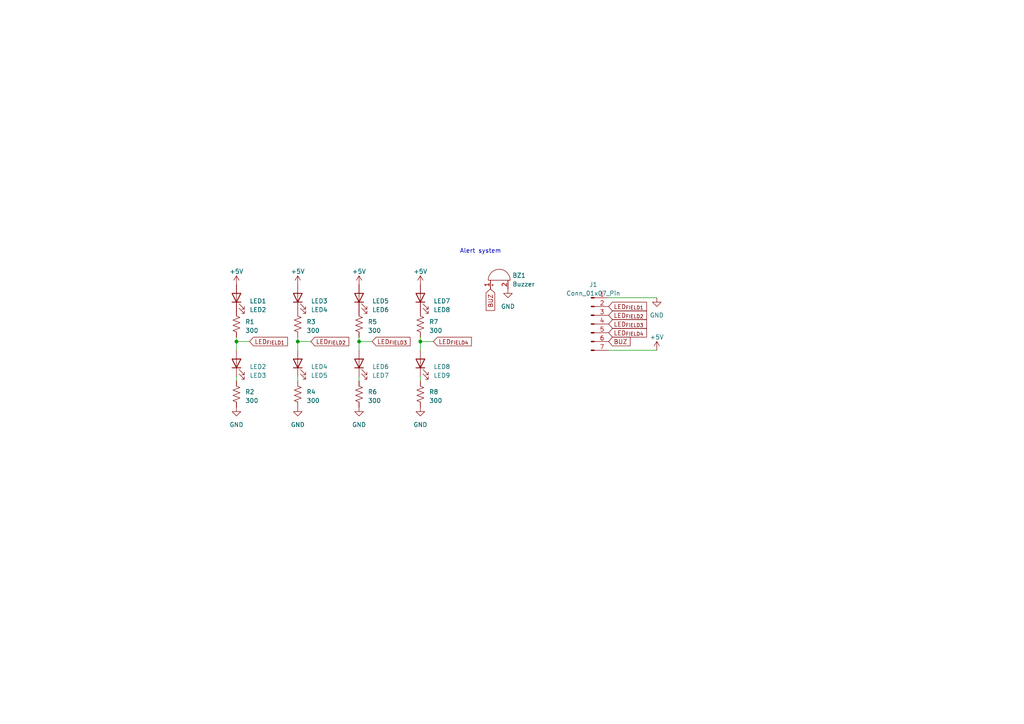
<source format=kicad_sch>
(kicad_sch (version 20230121) (generator eeschema)

  (uuid cede0fc5-7981-4758-9694-56d43565c74a)

  (paper "A4")

  (lib_symbols
    (symbol "Connector:Conn_01x07_Pin" (pin_names (offset 1.016) hide) (in_bom yes) (on_board yes)
      (property "Reference" "J" (at 0 10.16 0)
        (effects (font (size 1.27 1.27)))
      )
      (property "Value" "Conn_01x07_Pin" (at 0 -10.16 0)
        (effects (font (size 1.27 1.27)))
      )
      (property "Footprint" "" (at 0 0 0)
        (effects (font (size 1.27 1.27)) hide)
      )
      (property "Datasheet" "~" (at 0 0 0)
        (effects (font (size 1.27 1.27)) hide)
      )
      (property "ki_locked" "" (at 0 0 0)
        (effects (font (size 1.27 1.27)))
      )
      (property "ki_keywords" "connector" (at 0 0 0)
        (effects (font (size 1.27 1.27)) hide)
      )
      (property "ki_description" "Generic connector, single row, 01x07, script generated" (at 0 0 0)
        (effects (font (size 1.27 1.27)) hide)
      )
      (property "ki_fp_filters" "Connector*:*_1x??_*" (at 0 0 0)
        (effects (font (size 1.27 1.27)) hide)
      )
      (symbol "Conn_01x07_Pin_1_1"
        (polyline
          (pts
            (xy 1.27 -7.62)
            (xy 0.8636 -7.62)
          )
          (stroke (width 0.1524) (type default))
          (fill (type none))
        )
        (polyline
          (pts
            (xy 1.27 -5.08)
            (xy 0.8636 -5.08)
          )
          (stroke (width 0.1524) (type default))
          (fill (type none))
        )
        (polyline
          (pts
            (xy 1.27 -2.54)
            (xy 0.8636 -2.54)
          )
          (stroke (width 0.1524) (type default))
          (fill (type none))
        )
        (polyline
          (pts
            (xy 1.27 0)
            (xy 0.8636 0)
          )
          (stroke (width 0.1524) (type default))
          (fill (type none))
        )
        (polyline
          (pts
            (xy 1.27 2.54)
            (xy 0.8636 2.54)
          )
          (stroke (width 0.1524) (type default))
          (fill (type none))
        )
        (polyline
          (pts
            (xy 1.27 5.08)
            (xy 0.8636 5.08)
          )
          (stroke (width 0.1524) (type default))
          (fill (type none))
        )
        (polyline
          (pts
            (xy 1.27 7.62)
            (xy 0.8636 7.62)
          )
          (stroke (width 0.1524) (type default))
          (fill (type none))
        )
        (rectangle (start 0.8636 -7.493) (end 0 -7.747)
          (stroke (width 0.1524) (type default))
          (fill (type outline))
        )
        (rectangle (start 0.8636 -4.953) (end 0 -5.207)
          (stroke (width 0.1524) (type default))
          (fill (type outline))
        )
        (rectangle (start 0.8636 -2.413) (end 0 -2.667)
          (stroke (width 0.1524) (type default))
          (fill (type outline))
        )
        (rectangle (start 0.8636 0.127) (end 0 -0.127)
          (stroke (width 0.1524) (type default))
          (fill (type outline))
        )
        (rectangle (start 0.8636 2.667) (end 0 2.413)
          (stroke (width 0.1524) (type default))
          (fill (type outline))
        )
        (rectangle (start 0.8636 5.207) (end 0 4.953)
          (stroke (width 0.1524) (type default))
          (fill (type outline))
        )
        (rectangle (start 0.8636 7.747) (end 0 7.493)
          (stroke (width 0.1524) (type default))
          (fill (type outline))
        )
        (pin passive line (at 5.08 7.62 180) (length 3.81)
          (name "Pin_1" (effects (font (size 1.27 1.27))))
          (number "1" (effects (font (size 1.27 1.27))))
        )
        (pin passive line (at 5.08 5.08 180) (length 3.81)
          (name "Pin_2" (effects (font (size 1.27 1.27))))
          (number "2" (effects (font (size 1.27 1.27))))
        )
        (pin passive line (at 5.08 2.54 180) (length 3.81)
          (name "Pin_3" (effects (font (size 1.27 1.27))))
          (number "3" (effects (font (size 1.27 1.27))))
        )
        (pin passive line (at 5.08 0 180) (length 3.81)
          (name "Pin_4" (effects (font (size 1.27 1.27))))
          (number "4" (effects (font (size 1.27 1.27))))
        )
        (pin passive line (at 5.08 -2.54 180) (length 3.81)
          (name "Pin_5" (effects (font (size 1.27 1.27))))
          (number "5" (effects (font (size 1.27 1.27))))
        )
        (pin passive line (at 5.08 -5.08 180) (length 3.81)
          (name "Pin_6" (effects (font (size 1.27 1.27))))
          (number "6" (effects (font (size 1.27 1.27))))
        )
        (pin passive line (at 5.08 -7.62 180) (length 3.81)
          (name "Pin_7" (effects (font (size 1.27 1.27))))
          (number "7" (effects (font (size 1.27 1.27))))
        )
      )
    )
    (symbol "Device:Buzzer" (pin_names (offset 0.0254) hide) (in_bom yes) (on_board yes)
      (property "Reference" "BZ" (at 3.81 1.27 0)
        (effects (font (size 1.27 1.27)) (justify left))
      )
      (property "Value" "Buzzer" (at 3.81 -1.27 0)
        (effects (font (size 1.27 1.27)) (justify left))
      )
      (property "Footprint" "" (at -0.635 2.54 90)
        (effects (font (size 1.27 1.27)) hide)
      )
      (property "Datasheet" "~" (at -0.635 2.54 90)
        (effects (font (size 1.27 1.27)) hide)
      )
      (property "ki_keywords" "quartz resonator ceramic" (at 0 0 0)
        (effects (font (size 1.27 1.27)) hide)
      )
      (property "ki_description" "Buzzer, polarized" (at 0 0 0)
        (effects (font (size 1.27 1.27)) hide)
      )
      (property "ki_fp_filters" "*Buzzer*" (at 0 0 0)
        (effects (font (size 1.27 1.27)) hide)
      )
      (symbol "Buzzer_0_1"
        (arc (start 0 -3.175) (mid 3.1612 0) (end 0 3.175)
          (stroke (width 0) (type default))
          (fill (type none))
        )
        (polyline
          (pts
            (xy -1.651 1.905)
            (xy -1.143 1.905)
          )
          (stroke (width 0) (type default))
          (fill (type none))
        )
        (polyline
          (pts
            (xy -1.397 2.159)
            (xy -1.397 1.651)
          )
          (stroke (width 0) (type default))
          (fill (type none))
        )
        (polyline
          (pts
            (xy 0 3.175)
            (xy 0 -3.175)
          )
          (stroke (width 0) (type default))
          (fill (type none))
        )
      )
      (symbol "Buzzer_1_1"
        (pin passive line (at -2.54 2.54 0) (length 2.54)
          (name "-" (effects (font (size 1.27 1.27))))
          (number "1" (effects (font (size 1.27 1.27))))
        )
        (pin passive line (at -2.54 -2.54 0) (length 2.54)
          (name "+" (effects (font (size 1.27 1.27))))
          (number "2" (effects (font (size 1.27 1.27))))
        )
      )
    )
    (symbol "Device:LED" (pin_numbers hide) (pin_names (offset 1.016) hide) (in_bom yes) (on_board yes)
      (property "Reference" "D" (at 0 2.54 0)
        (effects (font (size 1.27 1.27)))
      )
      (property "Value" "LED" (at 0 -2.54 0)
        (effects (font (size 1.27 1.27)))
      )
      (property "Footprint" "" (at 0 0 0)
        (effects (font (size 1.27 1.27)) hide)
      )
      (property "Datasheet" "~" (at 0 0 0)
        (effects (font (size 1.27 1.27)) hide)
      )
      (property "ki_keywords" "LED diode" (at 0 0 0)
        (effects (font (size 1.27 1.27)) hide)
      )
      (property "ki_description" "Light emitting diode" (at 0 0 0)
        (effects (font (size 1.27 1.27)) hide)
      )
      (property "ki_fp_filters" "LED* LED_SMD:* LED_THT:*" (at 0 0 0)
        (effects (font (size 1.27 1.27)) hide)
      )
      (symbol "LED_0_1"
        (polyline
          (pts
            (xy -1.27 -1.27)
            (xy -1.27 1.27)
          )
          (stroke (width 0.254) (type default))
          (fill (type none))
        )
        (polyline
          (pts
            (xy -1.27 0)
            (xy 1.27 0)
          )
          (stroke (width 0) (type default))
          (fill (type none))
        )
        (polyline
          (pts
            (xy 1.27 -1.27)
            (xy 1.27 1.27)
            (xy -1.27 0)
            (xy 1.27 -1.27)
          )
          (stroke (width 0.254) (type default))
          (fill (type none))
        )
        (polyline
          (pts
            (xy -3.048 -0.762)
            (xy -4.572 -2.286)
            (xy -3.81 -2.286)
            (xy -4.572 -2.286)
            (xy -4.572 -1.524)
          )
          (stroke (width 0) (type default))
          (fill (type none))
        )
        (polyline
          (pts
            (xy -1.778 -0.762)
            (xy -3.302 -2.286)
            (xy -2.54 -2.286)
            (xy -3.302 -2.286)
            (xy -3.302 -1.524)
          )
          (stroke (width 0) (type default))
          (fill (type none))
        )
      )
      (symbol "LED_1_1"
        (pin passive line (at -3.81 0 0) (length 2.54)
          (name "K" (effects (font (size 1.27 1.27))))
          (number "1" (effects (font (size 1.27 1.27))))
        )
        (pin passive line (at 3.81 0 180) (length 2.54)
          (name "A" (effects (font (size 1.27 1.27))))
          (number "2" (effects (font (size 1.27 1.27))))
        )
      )
    )
    (symbol "Device:R_US" (pin_numbers hide) (pin_names (offset 0)) (in_bom yes) (on_board yes)
      (property "Reference" "R" (at 2.54 0 90)
        (effects (font (size 1.27 1.27)))
      )
      (property "Value" "R_US" (at -2.54 0 90)
        (effects (font (size 1.27 1.27)))
      )
      (property "Footprint" "" (at 1.016 -0.254 90)
        (effects (font (size 1.27 1.27)) hide)
      )
      (property "Datasheet" "~" (at 0 0 0)
        (effects (font (size 1.27 1.27)) hide)
      )
      (property "ki_keywords" "R res resistor" (at 0 0 0)
        (effects (font (size 1.27 1.27)) hide)
      )
      (property "ki_description" "Resistor, US symbol" (at 0 0 0)
        (effects (font (size 1.27 1.27)) hide)
      )
      (property "ki_fp_filters" "R_*" (at 0 0 0)
        (effects (font (size 1.27 1.27)) hide)
      )
      (symbol "R_US_0_1"
        (polyline
          (pts
            (xy 0 -2.286)
            (xy 0 -2.54)
          )
          (stroke (width 0) (type default))
          (fill (type none))
        )
        (polyline
          (pts
            (xy 0 2.286)
            (xy 0 2.54)
          )
          (stroke (width 0) (type default))
          (fill (type none))
        )
        (polyline
          (pts
            (xy 0 -0.762)
            (xy 1.016 -1.143)
            (xy 0 -1.524)
            (xy -1.016 -1.905)
            (xy 0 -2.286)
          )
          (stroke (width 0) (type default))
          (fill (type none))
        )
        (polyline
          (pts
            (xy 0 0.762)
            (xy 1.016 0.381)
            (xy 0 0)
            (xy -1.016 -0.381)
            (xy 0 -0.762)
          )
          (stroke (width 0) (type default))
          (fill (type none))
        )
        (polyline
          (pts
            (xy 0 2.286)
            (xy 1.016 1.905)
            (xy 0 1.524)
            (xy -1.016 1.143)
            (xy 0 0.762)
          )
          (stroke (width 0) (type default))
          (fill (type none))
        )
      )
      (symbol "R_US_1_1"
        (pin passive line (at 0 3.81 270) (length 1.27)
          (name "~" (effects (font (size 1.27 1.27))))
          (number "1" (effects (font (size 1.27 1.27))))
        )
        (pin passive line (at 0 -3.81 90) (length 1.27)
          (name "~" (effects (font (size 1.27 1.27))))
          (number "2" (effects (font (size 1.27 1.27))))
        )
      )
    )
    (symbol "power:+5V" (power) (pin_names (offset 0)) (in_bom yes) (on_board yes)
      (property "Reference" "#PWR" (at 0 -3.81 0)
        (effects (font (size 1.27 1.27)) hide)
      )
      (property "Value" "+5V" (at 0 3.556 0)
        (effects (font (size 1.27 1.27)))
      )
      (property "Footprint" "" (at 0 0 0)
        (effects (font (size 1.27 1.27)) hide)
      )
      (property "Datasheet" "" (at 0 0 0)
        (effects (font (size 1.27 1.27)) hide)
      )
      (property "ki_keywords" "global power" (at 0 0 0)
        (effects (font (size 1.27 1.27)) hide)
      )
      (property "ki_description" "Power symbol creates a global label with name \"+5V\"" (at 0 0 0)
        (effects (font (size 1.27 1.27)) hide)
      )
      (symbol "+5V_0_1"
        (polyline
          (pts
            (xy -0.762 1.27)
            (xy 0 2.54)
          )
          (stroke (width 0) (type default))
          (fill (type none))
        )
        (polyline
          (pts
            (xy 0 0)
            (xy 0 2.54)
          )
          (stroke (width 0) (type default))
          (fill (type none))
        )
        (polyline
          (pts
            (xy 0 2.54)
            (xy 0.762 1.27)
          )
          (stroke (width 0) (type default))
          (fill (type none))
        )
      )
      (symbol "+5V_1_1"
        (pin power_in line (at 0 0 90) (length 0) hide
          (name "+5V" (effects (font (size 1.27 1.27))))
          (number "1" (effects (font (size 1.27 1.27))))
        )
      )
    )
    (symbol "power:GND" (power) (pin_names (offset 0)) (in_bom yes) (on_board yes)
      (property "Reference" "#PWR" (at 0 -6.35 0)
        (effects (font (size 1.27 1.27)) hide)
      )
      (property "Value" "GND" (at 0 -3.81 0)
        (effects (font (size 1.27 1.27)))
      )
      (property "Footprint" "" (at 0 0 0)
        (effects (font (size 1.27 1.27)) hide)
      )
      (property "Datasheet" "" (at 0 0 0)
        (effects (font (size 1.27 1.27)) hide)
      )
      (property "ki_keywords" "global power" (at 0 0 0)
        (effects (font (size 1.27 1.27)) hide)
      )
      (property "ki_description" "Power symbol creates a global label with name \"GND\" , ground" (at 0 0 0)
        (effects (font (size 1.27 1.27)) hide)
      )
      (symbol "GND_0_1"
        (polyline
          (pts
            (xy 0 0)
            (xy 0 -1.27)
            (xy 1.27 -1.27)
            (xy 0 -2.54)
            (xy -1.27 -1.27)
            (xy 0 -1.27)
          )
          (stroke (width 0) (type default))
          (fill (type none))
        )
      )
      (symbol "GND_1_1"
        (pin power_in line (at 0 0 270) (length 0) hide
          (name "GND" (effects (font (size 1.27 1.27))))
          (number "1" (effects (font (size 1.27 1.27))))
        )
      )
    )
  )

  (junction (at 121.92 99.06) (diameter 0) (color 0 0 0 0)
    (uuid 96c4d532-d51c-41ac-982c-6a6cecd300fb)
  )
  (junction (at 68.58 99.06) (diameter 0) (color 0 0 0 0)
    (uuid be4dabf3-f776-47b3-b1fc-f937e2146e46)
  )
  (junction (at 86.36 99.06) (diameter 0) (color 0 0 0 0)
    (uuid c54e0310-7bec-4ce2-a62f-f53bef70805c)
  )
  (junction (at 104.14 99.06) (diameter 0) (color 0 0 0 0)
    (uuid e71798d9-458f-4738-a54c-8e356439d724)
  )

  (wire (pts (xy 121.92 99.06) (xy 125.73 99.06))
    (stroke (width 0) (type default))
    (uuid 08367b4d-ecd4-451a-a9d5-60bac9a155f2)
  )
  (wire (pts (xy 121.92 109.22) (xy 121.92 110.49))
    (stroke (width 0) (type default))
    (uuid 0a70f1c0-06f5-4226-a560-eed5e3831e2f)
  )
  (wire (pts (xy 121.92 97.79) (xy 121.92 99.06))
    (stroke (width 0) (type default))
    (uuid 35ff7c8e-3a21-4264-b0ea-e92954f1ec74)
  )
  (wire (pts (xy 190.5 101.6) (xy 176.53 101.6))
    (stroke (width 0) (type default))
    (uuid 3eb18db7-3933-4cbf-b937-98044817d5bd)
  )
  (wire (pts (xy 86.36 109.22) (xy 86.36 110.49))
    (stroke (width 0) (type default))
    (uuid 485d674e-b1e5-48c8-af9e-87d166a6e283)
  )
  (wire (pts (xy 121.92 99.06) (xy 121.92 101.6))
    (stroke (width 0) (type default))
    (uuid 5c57b26d-2d57-4f28-b491-e15a6eadb8fa)
  )
  (wire (pts (xy 86.36 99.06) (xy 86.36 101.6))
    (stroke (width 0) (type default))
    (uuid 66de2844-2f86-4e5e-b31a-62d16ee13e0f)
  )
  (wire (pts (xy 68.58 109.22) (xy 68.58 110.49))
    (stroke (width 0) (type default))
    (uuid 69d95d9a-1b1f-402b-a3a0-ed05f1abb952)
  )
  (wire (pts (xy 104.14 99.06) (xy 104.14 101.6))
    (stroke (width 0) (type default))
    (uuid 73618528-9471-4371-962e-94f79ffb5fc2)
  )
  (wire (pts (xy 68.58 97.79) (xy 68.58 99.06))
    (stroke (width 0) (type default))
    (uuid 81cb2be6-53ae-4c6a-98ab-a705376be45b)
  )
  (wire (pts (xy 104.14 109.22) (xy 104.14 110.49))
    (stroke (width 0) (type default))
    (uuid 8c1da29b-fb0c-4c98-8aec-f3ba69f1b9e3)
  )
  (wire (pts (xy 86.36 99.06) (xy 90.17 99.06))
    (stroke (width 0) (type default))
    (uuid 91d32732-7a05-49e7-9df5-0d870b8a1e77)
  )
  (wire (pts (xy 190.5 86.36) (xy 176.53 86.36))
    (stroke (width 0) (type default))
    (uuid 9a7a4625-25e0-4080-ad33-7880a7c16921)
  )
  (wire (pts (xy 68.58 99.06) (xy 68.58 101.6))
    (stroke (width 0) (type default))
    (uuid 9d5cc6b5-02e1-44b1-a9c9-ba6bf177986f)
  )
  (wire (pts (xy 86.36 97.79) (xy 86.36 99.06))
    (stroke (width 0) (type default))
    (uuid d02e7214-ba77-405b-8cf9-23048f56a9f9)
  )
  (wire (pts (xy 68.58 99.06) (xy 72.39 99.06))
    (stroke (width 0) (type default))
    (uuid e16bff03-eb22-49a0-9fb5-97ea749cf0fa)
  )
  (wire (pts (xy 104.14 99.06) (xy 107.95 99.06))
    (stroke (width 0) (type default))
    (uuid f0a981a2-1091-413d-b0e8-648b2b9196a6)
  )
  (wire (pts (xy 104.14 97.79) (xy 104.14 99.06))
    (stroke (width 0) (type default))
    (uuid f7a00660-87fb-4ffe-a87a-8679c2484746)
  )

  (text "Alert system" (at 133.35 73.66 0)
    (effects (font (size 1.27 1.27)) (justify left bottom))
    (uuid eb93d347-2248-48e0-99e2-007496c6e038)
  )

  (global_label "LED_{FIELD4}" (shape input) (at 176.53 96.52 0) (fields_autoplaced)
    (effects (font (size 1.27 1.27)) (justify left))
    (uuid 2cb3e453-d80c-413a-b9d8-98d8a7aba531)
    (property "Intersheetrefs" "${INTERSHEET_REFS}" (at 187.4041 96.52 0)
      (effects (font (size 1.27 1.27)) (justify left) hide)
    )
  )
  (global_label "LED_{FIELD2}" (shape input) (at 90.17 99.06 0) (fields_autoplaced)
    (effects (font (size 1.27 1.27)) (justify left))
    (uuid 4496e58a-473e-4622-aed6-6883bdae9a89)
    (property "Intersheetrefs" "${INTERSHEET_REFS}" (at 101.0441 99.06 0)
      (effects (font (size 1.27 1.27)) (justify left) hide)
    )
  )
  (global_label "LED_{FIELD3}" (shape input) (at 107.95 99.06 0) (fields_autoplaced)
    (effects (font (size 1.27 1.27)) (justify left))
    (uuid 64fbad91-2761-4b7f-a8ef-1b41b1e98db5)
    (property "Intersheetrefs" "${INTERSHEET_REFS}" (at 118.8241 99.06 0)
      (effects (font (size 1.27 1.27)) (justify left) hide)
    )
  )
  (global_label "LED_{FIELD4}" (shape input) (at 125.73 99.06 0) (fields_autoplaced)
    (effects (font (size 1.27 1.27)) (justify left))
    (uuid 7e27419e-bf26-462b-9e9f-f08df56f2ad6)
    (property "Intersheetrefs" "${INTERSHEET_REFS}" (at 136.6041 99.06 0)
      (effects (font (size 1.27 1.27)) (justify left) hide)
    )
  )
  (global_label "LED_{FIELD3}" (shape input) (at 176.53 93.98 0) (fields_autoplaced)
    (effects (font (size 1.27 1.27)) (justify left))
    (uuid 7ecbdb0a-cf22-46dd-9bf1-de9888b11d98)
    (property "Intersheetrefs" "${INTERSHEET_REFS}" (at 187.4041 93.98 0)
      (effects (font (size 1.27 1.27)) (justify left) hide)
    )
  )
  (global_label "LED_{FIELD1}" (shape input) (at 72.39 99.06 0) (fields_autoplaced)
    (effects (font (size 1.27 1.27)) (justify left))
    (uuid aba2c666-d9aa-416b-bf2d-b696390fd185)
    (property "Intersheetrefs" "${INTERSHEET_REFS}" (at 83.2641 99.06 0)
      (effects (font (size 1.27 1.27)) (justify left) hide)
    )
  )
  (global_label "LED_{FIELD2}" (shape input) (at 176.53 91.44 0) (fields_autoplaced)
    (effects (font (size 1.27 1.27)) (justify left))
    (uuid b89457cd-14f9-48ab-92e4-809a2ece61d6)
    (property "Intersheetrefs" "${INTERSHEET_REFS}" (at 187.4041 91.44 0)
      (effects (font (size 1.27 1.27)) (justify left) hide)
    )
  )
  (global_label "BUZ" (shape input) (at 142.24 83.82 270) (fields_autoplaced)
    (effects (font (size 1.27 1.27)) (justify right))
    (uuid d663a692-7d34-4a4c-8b7b-160f323157c3)
    (property "Intersheetrefs" "${INTERSHEET_REFS}" (at 142.24 90.5358 90)
      (effects (font (size 1.27 1.27)) (justify right) hide)
    )
  )
  (global_label "LED_{FIELD1}" (shape input) (at 176.53 88.9 0) (fields_autoplaced)
    (effects (font (size 1.27 1.27)) (justify left))
    (uuid e5adaa78-ee63-4e17-8d58-1f23c957df51)
    (property "Intersheetrefs" "${INTERSHEET_REFS}" (at 187.4041 88.9 0)
      (effects (font (size 1.27 1.27)) (justify left) hide)
    )
  )
  (global_label "BUZ" (shape input) (at 176.53 99.06 0) (fields_autoplaced)
    (effects (font (size 1.27 1.27)) (justify left))
    (uuid eae46586-b6fc-4ba1-8406-d4cb0906710d)
    (property "Intersheetrefs" "${INTERSHEET_REFS}" (at 183.2458 99.06 0)
      (effects (font (size 1.27 1.27)) (justify left) hide)
    )
  )

  (symbol (lib_id "Device:R_US") (at 121.92 114.3 180) (unit 1)
    (in_bom yes) (on_board yes) (dnp no) (fields_autoplaced)
    (uuid 02055e15-0714-4874-beb7-dc586281482f)
    (property "Reference" "R8" (at 124.46 113.665 0)
      (effects (font (size 1.27 1.27)) (justify right))
    )
    (property "Value" "300" (at 124.46 116.205 0)
      (effects (font (size 1.27 1.27)) (justify right))
    )
    (property "Footprint" "Resistor_SMD:R_0603_1608Metric" (at 120.904 114.046 90)
      (effects (font (size 1.27 1.27)) hide)
    )
    (property "Datasheet" "~" (at 121.92 114.3 0)
      (effects (font (size 1.27 1.27)) hide)
    )
    (pin "1" (uuid 8da480d7-549c-4c3e-8bba-d91437f8db9f))
    (pin "2" (uuid 155ded7c-229d-4bc5-9be5-f9e0710a5cb3))
    (instances
      (project "AbdullahLEDboard"
        (path "/cede0fc5-7981-4758-9694-56d43565c74a"
          (reference "R8") (unit 1)
        )
      )
      (project "AbdullahsAwesomeStick2"
        (path "/e7781990-9217-47e0-bccf-d5b77eec6675"
          (reference "R14") (unit 1)
        )
      )
    )
  )

  (symbol (lib_id "Device:LED") (at 121.92 86.36 90) (unit 1)
    (in_bom yes) (on_board yes) (dnp no) (fields_autoplaced)
    (uuid 074f522d-5ffa-474c-8b64-2d8b47c57dc3)
    (property "Reference" "LED7" (at 125.73 87.3125 90)
      (effects (font (size 1.27 1.27)) (justify right))
    )
    (property "Value" "LED8" (at 125.73 89.8525 90)
      (effects (font (size 1.27 1.27)) (justify right))
    )
    (property "Footprint" "LED_THT:LED_D4.0mm" (at 121.92 86.36 0)
      (effects (font (size 1.27 1.27)) hide)
    )
    (property "Datasheet" "~" (at 121.92 86.36 0)
      (effects (font (size 1.27 1.27)) hide)
    )
    (pin "1" (uuid e8e4ecfe-c624-4046-b1eb-ea50ffb0256b))
    (pin "2" (uuid 4871ba9f-4b7c-408d-95c4-d2bd16ef974e))
    (instances
      (project "AbdullahLEDboard"
        (path "/cede0fc5-7981-4758-9694-56d43565c74a"
          (reference "LED7") (unit 1)
        )
      )
      (project "AbdullahsAwesomeStick2"
        (path "/e7781990-9217-47e0-bccf-d5b77eec6675"
          (reference "LED7") (unit 1)
        )
      )
    )
  )

  (symbol (lib_id "Device:R_US") (at 104.14 114.3 180) (unit 1)
    (in_bom yes) (on_board yes) (dnp no) (fields_autoplaced)
    (uuid 09fb5a49-c392-4e0f-93f5-b0c64f07ce57)
    (property "Reference" "R6" (at 106.68 113.665 0)
      (effects (font (size 1.27 1.27)) (justify right))
    )
    (property "Value" "300" (at 106.68 116.205 0)
      (effects (font (size 1.27 1.27)) (justify right))
    )
    (property "Footprint" "Resistor_SMD:R_0603_1608Metric" (at 103.124 114.046 90)
      (effects (font (size 1.27 1.27)) hide)
    )
    (property "Datasheet" "~" (at 104.14 114.3 0)
      (effects (font (size 1.27 1.27)) hide)
    )
    (pin "1" (uuid d46457fa-c106-4c9d-b765-c2a8d6b4bd38))
    (pin "2" (uuid 5d40ee2b-5934-4103-b019-44493756ad3f))
    (instances
      (project "AbdullahLEDboard"
        (path "/cede0fc5-7981-4758-9694-56d43565c74a"
          (reference "R6") (unit 1)
        )
      )
      (project "AbdullahsAwesomeStick2"
        (path "/e7781990-9217-47e0-bccf-d5b77eec6675"
          (reference "R12") (unit 1)
        )
      )
    )
  )

  (symbol (lib_id "Device:LED") (at 104.14 86.36 90) (unit 1)
    (in_bom yes) (on_board yes) (dnp no) (fields_autoplaced)
    (uuid 1784c31b-b2e6-4822-8a99-b853f4db46c6)
    (property "Reference" "LED5" (at 107.95 87.3125 90)
      (effects (font (size 1.27 1.27)) (justify right))
    )
    (property "Value" "LED6" (at 107.95 89.8525 90)
      (effects (font (size 1.27 1.27)) (justify right))
    )
    (property "Footprint" "LED_THT:LED_D4.0mm" (at 104.14 86.36 0)
      (effects (font (size 1.27 1.27)) hide)
    )
    (property "Datasheet" "~" (at 104.14 86.36 0)
      (effects (font (size 1.27 1.27)) hide)
    )
    (pin "1" (uuid c5f20613-1ffd-4e6f-8828-5941b2b818d5))
    (pin "2" (uuid 1ccbdcb6-ea7d-4455-9b3e-bd9bfb5d8837))
    (instances
      (project "AbdullahLEDboard"
        (path "/cede0fc5-7981-4758-9694-56d43565c74a"
          (reference "LED5") (unit 1)
        )
      )
      (project "AbdullahsAwesomeStick2"
        (path "/e7781990-9217-47e0-bccf-d5b77eec6675"
          (reference "LED5") (unit 1)
        )
      )
    )
  )

  (symbol (lib_id "power:+5V") (at 121.92 82.55 0) (mirror y) (unit 1)
    (in_bom yes) (on_board yes) (dnp no)
    (uuid 17ccecfa-1536-49e5-aff4-08e1e116fb37)
    (property "Reference" "#PWR07" (at 121.92 86.36 0)
      (effects (font (size 1.27 1.27)) hide)
    )
    (property "Value" "+5V" (at 121.92 78.74 0)
      (effects (font (size 1.27 1.27)))
    )
    (property "Footprint" "" (at 121.92 82.55 0)
      (effects (font (size 1.27 1.27)) hide)
    )
    (property "Datasheet" "" (at 121.92 82.55 0)
      (effects (font (size 1.27 1.27)) hide)
    )
    (pin "1" (uuid b4d15f61-daf3-4b10-976e-66ca48ff1c3d))
    (instances
      (project "AbdullahLEDboard"
        (path "/cede0fc5-7981-4758-9694-56d43565c74a"
          (reference "#PWR07") (unit 1)
        )
      )
      (project "AbdullahsAwesomeStick2"
        (path "/e7781990-9217-47e0-bccf-d5b77eec6675"
          (reference "#PWR047") (unit 1)
        )
      )
    )
  )

  (symbol (lib_id "Device:R_US") (at 68.58 114.3 180) (unit 1)
    (in_bom yes) (on_board yes) (dnp no) (fields_autoplaced)
    (uuid 2913694a-8195-4fd3-b1dd-bf7a015f536a)
    (property "Reference" "R2" (at 71.12 113.665 0)
      (effects (font (size 1.27 1.27)) (justify right))
    )
    (property "Value" "300" (at 71.12 116.205 0)
      (effects (font (size 1.27 1.27)) (justify right))
    )
    (property "Footprint" "Resistor_SMD:R_0603_1608Metric" (at 67.564 114.046 90)
      (effects (font (size 1.27 1.27)) hide)
    )
    (property "Datasheet" "~" (at 68.58 114.3 0)
      (effects (font (size 1.27 1.27)) hide)
    )
    (pin "1" (uuid 582eca67-b832-47e7-93a4-e8531c00764e))
    (pin "2" (uuid e2968e0a-a2db-486e-95a3-6a1ee85770de))
    (instances
      (project "AbdullahLEDboard"
        (path "/cede0fc5-7981-4758-9694-56d43565c74a"
          (reference "R2") (unit 1)
        )
      )
      (project "AbdullahsAwesomeStick2"
        (path "/e7781990-9217-47e0-bccf-d5b77eec6675"
          (reference "R8") (unit 1)
        )
      )
    )
  )

  (symbol (lib_id "Device:Buzzer") (at 144.78 81.28 90) (unit 1)
    (in_bom yes) (on_board yes) (dnp no) (fields_autoplaced)
    (uuid 2befd4b6-beba-4639-85bd-240efd94d380)
    (property "Reference" "BZ1" (at 148.59 79.8899 90)
      (effects (font (size 1.27 1.27)) (justify right))
    )
    (property "Value" "Buzzer" (at 148.59 82.4299 90)
      (effects (font (size 1.27 1.27)) (justify right))
    )
    (property "Footprint" "Buzzer_Beeper:Buzzer_12x9.5RM7.6" (at 142.24 81.915 90)
      (effects (font (size 1.27 1.27)) hide)
    )
    (property "Datasheet" "~" (at 142.24 81.915 90)
      (effects (font (size 1.27 1.27)) hide)
    )
    (pin "1" (uuid f9cd1c3c-9c40-4428-ae39-e166583e3f42))
    (pin "2" (uuid 437b529e-1d83-435e-b873-eb89bc71c9f1))
    (instances
      (project "AbdullahLEDboard"
        (path "/cede0fc5-7981-4758-9694-56d43565c74a"
          (reference "BZ1") (unit 1)
        )
      )
      (project "AbdullahsAwesomeStick2"
        (path "/e7781990-9217-47e0-bccf-d5b77eec6675"
          (reference "BZ1") (unit 1)
        )
      )
    )
  )

  (symbol (lib_id "Device:LED") (at 104.14 105.41 90) (unit 1)
    (in_bom yes) (on_board yes) (dnp no) (fields_autoplaced)
    (uuid 2dcd1671-bb6c-4bc0-ab00-60ee37ecc13c)
    (property "Reference" "LED6" (at 107.95 106.3625 90)
      (effects (font (size 1.27 1.27)) (justify right))
    )
    (property "Value" "LED7" (at 107.95 108.9025 90)
      (effects (font (size 1.27 1.27)) (justify right))
    )
    (property "Footprint" "LED_THT:LED_D4.0mm" (at 104.14 105.41 0)
      (effects (font (size 1.27 1.27)) hide)
    )
    (property "Datasheet" "~" (at 104.14 105.41 0)
      (effects (font (size 1.27 1.27)) hide)
    )
    (pin "1" (uuid 686bb57d-fc66-4064-86c5-23012c5a6f32))
    (pin "2" (uuid bb474085-0432-4171-9a0f-36ac9d4c917b))
    (instances
      (project "AbdullahLEDboard"
        (path "/cede0fc5-7981-4758-9694-56d43565c74a"
          (reference "LED6") (unit 1)
        )
      )
      (project "AbdullahsAwesomeStick2"
        (path "/e7781990-9217-47e0-bccf-d5b77eec6675"
          (reference "LED6") (unit 1)
        )
      )
    )
  )

  (symbol (lib_id "Device:LED") (at 68.58 105.41 90) (unit 1)
    (in_bom yes) (on_board yes) (dnp no) (fields_autoplaced)
    (uuid 30235a72-163a-4ca6-90fc-92b8e7638d1b)
    (property "Reference" "LED2" (at 72.39 106.3625 90)
      (effects (font (size 1.27 1.27)) (justify right))
    )
    (property "Value" "LED3" (at 72.39 108.9025 90)
      (effects (font (size 1.27 1.27)) (justify right))
    )
    (property "Footprint" "LED_THT:LED_D4.0mm" (at 68.58 105.41 0)
      (effects (font (size 1.27 1.27)) hide)
    )
    (property "Datasheet" "~" (at 68.58 105.41 0)
      (effects (font (size 1.27 1.27)) hide)
    )
    (pin "1" (uuid 008b7957-59c1-4c4c-8339-41c353827296))
    (pin "2" (uuid 9c425946-b0d4-45dc-b8ac-7d3a88215fd8))
    (instances
      (project "AbdullahLEDboard"
        (path "/cede0fc5-7981-4758-9694-56d43565c74a"
          (reference "LED2") (unit 1)
        )
      )
      (project "AbdullahsAwesomeStick2"
        (path "/e7781990-9217-47e0-bccf-d5b77eec6675"
          (reference "LED2") (unit 1)
        )
      )
    )
  )

  (symbol (lib_id "power:+5V") (at 104.14 82.55 0) (mirror y) (unit 1)
    (in_bom yes) (on_board yes) (dnp no)
    (uuid 305f74c2-d66f-4add-af1a-e5bcc6018abe)
    (property "Reference" "#PWR05" (at 104.14 86.36 0)
      (effects (font (size 1.27 1.27)) hide)
    )
    (property "Value" "+5V" (at 104.14 78.74 0)
      (effects (font (size 1.27 1.27)))
    )
    (property "Footprint" "" (at 104.14 82.55 0)
      (effects (font (size 1.27 1.27)) hide)
    )
    (property "Datasheet" "" (at 104.14 82.55 0)
      (effects (font (size 1.27 1.27)) hide)
    )
    (pin "1" (uuid 3f9f6c17-80f4-49b9-a954-17882d8e40f4))
    (instances
      (project "AbdullahLEDboard"
        (path "/cede0fc5-7981-4758-9694-56d43565c74a"
          (reference "#PWR05") (unit 1)
        )
      )
      (project "AbdullahsAwesomeStick2"
        (path "/e7781990-9217-47e0-bccf-d5b77eec6675"
          (reference "#PWR045") (unit 1)
        )
      )
    )
  )

  (symbol (lib_id "power:GND") (at 190.5 86.36 0) (mirror y) (unit 1)
    (in_bom yes) (on_board yes) (dnp no) (fields_autoplaced)
    (uuid 31627827-516f-40c5-ab7d-d0a0aaf0d002)
    (property "Reference" "#PWR012" (at 190.5 92.71 0)
      (effects (font (size 1.27 1.27)) hide)
    )
    (property "Value" "GND" (at 190.5 91.44 0)
      (effects (font (size 1.27 1.27)))
    )
    (property "Footprint" "" (at 190.5 86.36 0)
      (effects (font (size 1.27 1.27)) hide)
    )
    (property "Datasheet" "" (at 190.5 86.36 0)
      (effects (font (size 1.27 1.27)) hide)
    )
    (pin "1" (uuid 8b1d5151-7694-4050-9d06-404b5db521d1))
    (instances
      (project "AbdullahLEDboard"
        (path "/cede0fc5-7981-4758-9694-56d43565c74a"
          (reference "#PWR012") (unit 1)
        )
      )
      (project "AbdullahsAwesomeStick2"
        (path "/e7781990-9217-47e0-bccf-d5b77eec6675"
          (reference "#PWR041") (unit 1)
        )
      )
    )
  )

  (symbol (lib_id "Device:LED") (at 121.92 105.41 90) (unit 1)
    (in_bom yes) (on_board yes) (dnp no) (fields_autoplaced)
    (uuid 4f05140a-698d-4b5d-a2be-032dc9e14c09)
    (property "Reference" "LED8" (at 125.73 106.3625 90)
      (effects (font (size 1.27 1.27)) (justify right))
    )
    (property "Value" "LED9" (at 125.73 108.9025 90)
      (effects (font (size 1.27 1.27)) (justify right))
    )
    (property "Footprint" "LED_THT:LED_D4.0mm" (at 121.92 105.41 0)
      (effects (font (size 1.27 1.27)) hide)
    )
    (property "Datasheet" "~" (at 121.92 105.41 0)
      (effects (font (size 1.27 1.27)) hide)
    )
    (pin "1" (uuid 0eb735c1-df59-4ee1-9624-c96a4e9c7a2e))
    (pin "2" (uuid 81d4b62a-8c0f-4937-a6ed-440cb88cd455))
    (instances
      (project "AbdullahLEDboard"
        (path "/cede0fc5-7981-4758-9694-56d43565c74a"
          (reference "LED8") (unit 1)
        )
      )
      (project "AbdullahsAwesomeStick2"
        (path "/e7781990-9217-47e0-bccf-d5b77eec6675"
          (reference "LED8") (unit 1)
        )
      )
    )
  )

  (symbol (lib_id "power:GND") (at 147.32 83.82 0) (mirror y) (unit 1)
    (in_bom yes) (on_board yes) (dnp no) (fields_autoplaced)
    (uuid 54990df7-5921-4722-b549-2d8673ff7e3c)
    (property "Reference" "#PWR017" (at 147.32 90.17 0)
      (effects (font (size 1.27 1.27)) hide)
    )
    (property "Value" "GND" (at 147.32 88.9 0)
      (effects (font (size 1.27 1.27)))
    )
    (property "Footprint" "" (at 147.32 83.82 0)
      (effects (font (size 1.27 1.27)) hide)
    )
    (property "Datasheet" "" (at 147.32 83.82 0)
      (effects (font (size 1.27 1.27)) hide)
    )
    (pin "1" (uuid 9707f93c-f0eb-4aa4-bbf2-c0a2b6047332))
    (instances
      (project "AbdullahLEDboard"
        (path "/cede0fc5-7981-4758-9694-56d43565c74a"
          (reference "#PWR017") (unit 1)
        )
      )
      (project "AbdullahsAwesomeStick2"
        (path "/e7781990-9217-47e0-bccf-d5b77eec6675"
          (reference "#PWR037") (unit 1)
        )
      )
    )
  )

  (symbol (lib_id "power:+5V") (at 190.5 101.6 0) (mirror y) (unit 1)
    (in_bom yes) (on_board yes) (dnp no) (fields_autoplaced)
    (uuid 6b64e01f-942e-4237-b483-2e5a915f4663)
    (property "Reference" "#PWR011" (at 190.5 105.41 0)
      (effects (font (size 1.27 1.27)) hide)
    )
    (property "Value" "+5V" (at 190.5 97.79 0)
      (effects (font (size 1.27 1.27)))
    )
    (property "Footprint" "" (at 190.5 101.6 0)
      (effects (font (size 1.27 1.27)) hide)
    )
    (property "Datasheet" "" (at 190.5 101.6 0)
      (effects (font (size 1.27 1.27)) hide)
    )
    (pin "1" (uuid 7d983545-cbd5-4178-b401-52df368924b1))
    (instances
      (project "AbdullahLEDboard"
        (path "/cede0fc5-7981-4758-9694-56d43565c74a"
          (reference "#PWR011") (unit 1)
        )
      )
      (project "AbdullahsAwesomeStick2"
        (path "/e7781990-9217-47e0-bccf-d5b77eec6675"
          (reference "#PWR037") (unit 1)
        )
      )
    )
  )

  (symbol (lib_id "power:GND") (at 68.58 118.11 0) (mirror y) (unit 1)
    (in_bom yes) (on_board yes) (dnp no) (fields_autoplaced)
    (uuid 74a3fba5-9180-4bc3-b7d0-6bdd6cbfa400)
    (property "Reference" "#PWR02" (at 68.58 124.46 0)
      (effects (font (size 1.27 1.27)) hide)
    )
    (property "Value" "GND" (at 68.58 123.19 0)
      (effects (font (size 1.27 1.27)))
    )
    (property "Footprint" "" (at 68.58 118.11 0)
      (effects (font (size 1.27 1.27)) hide)
    )
    (property "Datasheet" "" (at 68.58 118.11 0)
      (effects (font (size 1.27 1.27)) hide)
    )
    (pin "1" (uuid c0c7779d-bf73-48a3-b876-4e64a06599d5))
    (instances
      (project "AbdullahLEDboard"
        (path "/cede0fc5-7981-4758-9694-56d43565c74a"
          (reference "#PWR02") (unit 1)
        )
      )
      (project "AbdullahsAwesomeStick2"
        (path "/e7781990-9217-47e0-bccf-d5b77eec6675"
          (reference "#PWR042") (unit 1)
        )
      )
    )
  )

  (symbol (lib_id "Device:R_US") (at 68.58 93.98 180) (unit 1)
    (in_bom yes) (on_board yes) (dnp no) (fields_autoplaced)
    (uuid 833b4e9a-0e1b-432e-b69f-191afcd1e1ab)
    (property "Reference" "R1" (at 71.12 93.345 0)
      (effects (font (size 1.27 1.27)) (justify right))
    )
    (property "Value" "300" (at 71.12 95.885 0)
      (effects (font (size 1.27 1.27)) (justify right))
    )
    (property "Footprint" "Resistor_SMD:R_0603_1608Metric" (at 67.564 93.726 90)
      (effects (font (size 1.27 1.27)) hide)
    )
    (property "Datasheet" "~" (at 68.58 93.98 0)
      (effects (font (size 1.27 1.27)) hide)
    )
    (pin "1" (uuid 66b416ce-f33a-4f7c-a98b-c9ea9db2cae9))
    (pin "2" (uuid dca81094-365a-4c21-b394-05438dd10009))
    (instances
      (project "AbdullahLEDboard"
        (path "/cede0fc5-7981-4758-9694-56d43565c74a"
          (reference "R1") (unit 1)
        )
      )
      (project "AbdullahsAwesomeStick2"
        (path "/e7781990-9217-47e0-bccf-d5b77eec6675"
          (reference "R7") (unit 1)
        )
      )
    )
  )

  (symbol (lib_id "Device:R_US") (at 86.36 114.3 180) (unit 1)
    (in_bom yes) (on_board yes) (dnp no) (fields_autoplaced)
    (uuid 855d30ff-7eea-42e6-99e6-8331c7f3a6d7)
    (property "Reference" "R4" (at 88.9 113.665 0)
      (effects (font (size 1.27 1.27)) (justify right))
    )
    (property "Value" "300" (at 88.9 116.205 0)
      (effects (font (size 1.27 1.27)) (justify right))
    )
    (property "Footprint" "Resistor_SMD:R_0603_1608Metric" (at 85.344 114.046 90)
      (effects (font (size 1.27 1.27)) hide)
    )
    (property "Datasheet" "~" (at 86.36 114.3 0)
      (effects (font (size 1.27 1.27)) hide)
    )
    (pin "1" (uuid 188b68a3-c03d-4b17-a9e7-419455dd5606))
    (pin "2" (uuid 558d129d-373c-41ae-a2d3-218ec80a2c23))
    (instances
      (project "AbdullahLEDboard"
        (path "/cede0fc5-7981-4758-9694-56d43565c74a"
          (reference "R4") (unit 1)
        )
      )
      (project "AbdullahsAwesomeStick2"
        (path "/e7781990-9217-47e0-bccf-d5b77eec6675"
          (reference "R10") (unit 1)
        )
      )
    )
  )

  (symbol (lib_id "power:+5V") (at 86.36 82.55 0) (mirror y) (unit 1)
    (in_bom yes) (on_board yes) (dnp no)
    (uuid 89df1194-4694-451a-9193-24e3d8952537)
    (property "Reference" "#PWR03" (at 86.36 86.36 0)
      (effects (font (size 1.27 1.27)) hide)
    )
    (property "Value" "+5V" (at 86.36 78.74 0)
      (effects (font (size 1.27 1.27)))
    )
    (property "Footprint" "" (at 86.36 82.55 0)
      (effects (font (size 1.27 1.27)) hide)
    )
    (property "Datasheet" "" (at 86.36 82.55 0)
      (effects (font (size 1.27 1.27)) hide)
    )
    (pin "1" (uuid 2746eee8-dc42-4d03-a0d0-9a864e9cfce1))
    (instances
      (project "AbdullahLEDboard"
        (path "/cede0fc5-7981-4758-9694-56d43565c74a"
          (reference "#PWR03") (unit 1)
        )
      )
      (project "AbdullahsAwesomeStick2"
        (path "/e7781990-9217-47e0-bccf-d5b77eec6675"
          (reference "#PWR041") (unit 1)
        )
      )
    )
  )

  (symbol (lib_id "Device:LED") (at 86.36 105.41 90) (unit 1)
    (in_bom yes) (on_board yes) (dnp no) (fields_autoplaced)
    (uuid 8eb4df9c-80bc-4229-908c-ae3f8b193246)
    (property "Reference" "LED4" (at 90.17 106.3625 90)
      (effects (font (size 1.27 1.27)) (justify right))
    )
    (property "Value" "LED5" (at 90.17 108.9025 90)
      (effects (font (size 1.27 1.27)) (justify right))
    )
    (property "Footprint" "LED_THT:LED_D4.0mm" (at 86.36 105.41 0)
      (effects (font (size 1.27 1.27)) hide)
    )
    (property "Datasheet" "~" (at 86.36 105.41 0)
      (effects (font (size 1.27 1.27)) hide)
    )
    (pin "1" (uuid 9ecb8eca-f9dc-4232-9275-f8b27274ccf9))
    (pin "2" (uuid fcd7a39c-0502-457c-96d1-0c780a7a62b5))
    (instances
      (project "AbdullahLEDboard"
        (path "/cede0fc5-7981-4758-9694-56d43565c74a"
          (reference "LED4") (unit 1)
        )
      )
      (project "AbdullahsAwesomeStick2"
        (path "/e7781990-9217-47e0-bccf-d5b77eec6675"
          (reference "LED4") (unit 1)
        )
      )
    )
  )

  (symbol (lib_id "power:GND") (at 121.92 118.11 0) (mirror y) (unit 1)
    (in_bom yes) (on_board yes) (dnp no) (fields_autoplaced)
    (uuid a7e055f4-d73c-452a-a882-e72975e28fed)
    (property "Reference" "#PWR08" (at 121.92 124.46 0)
      (effects (font (size 1.27 1.27)) hide)
    )
    (property "Value" "GND" (at 121.92 123.19 0)
      (effects (font (size 1.27 1.27)))
    )
    (property "Footprint" "" (at 121.92 118.11 0)
      (effects (font (size 1.27 1.27)) hide)
    )
    (property "Datasheet" "" (at 121.92 118.11 0)
      (effects (font (size 1.27 1.27)) hide)
    )
    (pin "1" (uuid 5a17a9a7-ca98-4079-87ba-97f9287f3f85))
    (instances
      (project "AbdullahLEDboard"
        (path "/cede0fc5-7981-4758-9694-56d43565c74a"
          (reference "#PWR08") (unit 1)
        )
      )
      (project "AbdullahsAwesomeStick2"
        (path "/e7781990-9217-47e0-bccf-d5b77eec6675"
          (reference "#PWR048") (unit 1)
        )
      )
    )
  )

  (symbol (lib_id "Device:R_US") (at 121.92 93.98 180) (unit 1)
    (in_bom yes) (on_board yes) (dnp no) (fields_autoplaced)
    (uuid aa07cba5-fae2-470d-af63-aab571562f6f)
    (property "Reference" "R7" (at 124.46 93.345 0)
      (effects (font (size 1.27 1.27)) (justify right))
    )
    (property "Value" "300" (at 124.46 95.885 0)
      (effects (font (size 1.27 1.27)) (justify right))
    )
    (property "Footprint" "Resistor_SMD:R_0603_1608Metric" (at 120.904 93.726 90)
      (effects (font (size 1.27 1.27)) hide)
    )
    (property "Datasheet" "~" (at 121.92 93.98 0)
      (effects (font (size 1.27 1.27)) hide)
    )
    (pin "1" (uuid 54d6dab7-5971-4ad7-8f4a-ad090ea19a52))
    (pin "2" (uuid 19b5e58e-9b6c-4554-ac15-7b7bd1fb2d03))
    (instances
      (project "AbdullahLEDboard"
        (path "/cede0fc5-7981-4758-9694-56d43565c74a"
          (reference "R7") (unit 1)
        )
      )
      (project "AbdullahsAwesomeStick2"
        (path "/e7781990-9217-47e0-bccf-d5b77eec6675"
          (reference "R13") (unit 1)
        )
      )
    )
  )

  (symbol (lib_id "Device:LED") (at 68.58 86.36 90) (unit 1)
    (in_bom yes) (on_board yes) (dnp no) (fields_autoplaced)
    (uuid bcf8b502-b35e-4ea4-ac4c-54b57b52d6d2)
    (property "Reference" "LED1" (at 72.39 87.3125 90)
      (effects (font (size 1.27 1.27)) (justify right))
    )
    (property "Value" "LED2" (at 72.39 89.8525 90)
      (effects (font (size 1.27 1.27)) (justify right))
    )
    (property "Footprint" "LED_THT:LED_D4.0mm" (at 68.58 86.36 0)
      (effects (font (size 1.27 1.27)) hide)
    )
    (property "Datasheet" "~" (at 68.58 86.36 0)
      (effects (font (size 1.27 1.27)) hide)
    )
    (pin "1" (uuid 488eb78f-fa03-4501-93ad-04849436527f))
    (pin "2" (uuid 6c62072f-93c5-49a0-92ae-e0a87d4b4714))
    (instances
      (project "AbdullahLEDboard"
        (path "/cede0fc5-7981-4758-9694-56d43565c74a"
          (reference "LED1") (unit 1)
        )
      )
      (project "AbdullahsAwesomeStick2"
        (path "/e7781990-9217-47e0-bccf-d5b77eec6675"
          (reference "LED1") (unit 1)
        )
      )
    )
  )

  (symbol (lib_id "Device:LED") (at 86.36 86.36 90) (unit 1)
    (in_bom yes) (on_board yes) (dnp no) (fields_autoplaced)
    (uuid c3846676-e876-454d-a244-a40833b00d8c)
    (property "Reference" "LED3" (at 90.17 87.3125 90)
      (effects (font (size 1.27 1.27)) (justify right))
    )
    (property "Value" "LED4" (at 90.17 89.8525 90)
      (effects (font (size 1.27 1.27)) (justify right))
    )
    (property "Footprint" "LED_THT:LED_D4.0mm" (at 86.36 86.36 0)
      (effects (font (size 1.27 1.27)) hide)
    )
    (property "Datasheet" "~" (at 86.36 86.36 0)
      (effects (font (size 1.27 1.27)) hide)
    )
    (pin "1" (uuid f4ad2881-d8f7-463a-91aa-d53dd38c6ffe))
    (pin "2" (uuid 8659b82b-e171-487f-8413-5d166c75e685))
    (instances
      (project "AbdullahLEDboard"
        (path "/cede0fc5-7981-4758-9694-56d43565c74a"
          (reference "LED3") (unit 1)
        )
      )
      (project "AbdullahsAwesomeStick2"
        (path "/e7781990-9217-47e0-bccf-d5b77eec6675"
          (reference "LED3") (unit 1)
        )
      )
    )
  )

  (symbol (lib_id "Device:R_US") (at 86.36 93.98 180) (unit 1)
    (in_bom yes) (on_board yes) (dnp no) (fields_autoplaced)
    (uuid d47269cb-756b-4231-81fe-243cdde89c4d)
    (property "Reference" "R3" (at 88.9 93.345 0)
      (effects (font (size 1.27 1.27)) (justify right))
    )
    (property "Value" "300" (at 88.9 95.885 0)
      (effects (font (size 1.27 1.27)) (justify right))
    )
    (property "Footprint" "Resistor_SMD:R_0603_1608Metric" (at 85.344 93.726 90)
      (effects (font (size 1.27 1.27)) hide)
    )
    (property "Datasheet" "~" (at 86.36 93.98 0)
      (effects (font (size 1.27 1.27)) hide)
    )
    (pin "1" (uuid 157eb6b6-dfe0-458a-b3f0-b1fb48224ad5))
    (pin "2" (uuid db8a0990-7f87-4993-90d0-292588d7248c))
    (instances
      (project "AbdullahLEDboard"
        (path "/cede0fc5-7981-4758-9694-56d43565c74a"
          (reference "R3") (unit 1)
        )
      )
      (project "AbdullahsAwesomeStick2"
        (path "/e7781990-9217-47e0-bccf-d5b77eec6675"
          (reference "R9") (unit 1)
        )
      )
    )
  )

  (symbol (lib_id "Connector:Conn_01x07_Pin") (at 171.45 93.98 0) (unit 1)
    (in_bom yes) (on_board yes) (dnp no)
    (uuid dd48fd83-cb72-4ec5-9214-748456b86bf1)
    (property "Reference" "J1" (at 172.085 82.55 0)
      (effects (font (size 1.27 1.27)))
    )
    (property "Value" "Conn_01x07_Pin" (at 172.085 85.09 0)
      (effects (font (size 1.27 1.27)))
    )
    (property "Footprint" "Connector_JST:JST_XH_B7B-XH-A_1x07_P2.50mm_Vertical" (at 171.45 93.98 0)
      (effects (font (size 1.27 1.27)) hide)
    )
    (property "Datasheet" "~" (at 171.45 93.98 0)
      (effects (font (size 1.27 1.27)) hide)
    )
    (pin "1" (uuid 9689cf0d-c104-4f3f-bfab-944873d9a337))
    (pin "2" (uuid 68f2af30-8473-4c01-85c8-f177eedd6371))
    (pin "3" (uuid d265ba38-91a5-4bf3-a9e2-ece05550d6da))
    (pin "4" (uuid 36c68ac6-0ec8-4ff3-aba1-42493b853129))
    (pin "5" (uuid 453142fb-28bf-4f1c-936a-b56b2cb17e8c))
    (pin "6" (uuid 437192b4-925e-4057-9228-409146a1fdca))
    (pin "7" (uuid 0d622815-9816-4d82-a703-a5997e518d90))
    (instances
      (project "AbdullahLEDboard"
        (path "/cede0fc5-7981-4758-9694-56d43565c74a"
          (reference "J1") (unit 1)
        )
      )
    )
  )

  (symbol (lib_id "power:GND") (at 104.14 118.11 0) (mirror y) (unit 1)
    (in_bom yes) (on_board yes) (dnp no) (fields_autoplaced)
    (uuid edcfb67a-8e06-4a7c-9c65-2ddb05d19ce0)
    (property "Reference" "#PWR06" (at 104.14 124.46 0)
      (effects (font (size 1.27 1.27)) hide)
    )
    (property "Value" "GND" (at 104.14 123.19 0)
      (effects (font (size 1.27 1.27)))
    )
    (property "Footprint" "" (at 104.14 118.11 0)
      (effects (font (size 1.27 1.27)) hide)
    )
    (property "Datasheet" "" (at 104.14 118.11 0)
      (effects (font (size 1.27 1.27)) hide)
    )
    (pin "1" (uuid 0f9030bf-4e81-48ae-a8a3-ef54484f03ac))
    (instances
      (project "AbdullahLEDboard"
        (path "/cede0fc5-7981-4758-9694-56d43565c74a"
          (reference "#PWR06") (unit 1)
        )
      )
      (project "AbdullahsAwesomeStick2"
        (path "/e7781990-9217-47e0-bccf-d5b77eec6675"
          (reference "#PWR046") (unit 1)
        )
      )
    )
  )

  (symbol (lib_id "power:+5V") (at 68.58 82.55 0) (mirror y) (unit 1)
    (in_bom yes) (on_board yes) (dnp no)
    (uuid ef741095-d35f-4a1f-b5fa-407df1a060e7)
    (property "Reference" "#PWR01" (at 68.58 86.36 0)
      (effects (font (size 1.27 1.27)) hide)
    )
    (property "Value" "+5V" (at 68.58 78.74 0)
      (effects (font (size 1.27 1.27)))
    )
    (property "Footprint" "" (at 68.58 82.55 0)
      (effects (font (size 1.27 1.27)) hide)
    )
    (property "Datasheet" "" (at 68.58 82.55 0)
      (effects (font (size 1.27 1.27)) hide)
    )
    (pin "1" (uuid b02d0803-a38d-4a72-8be9-b87b6a53ff17))
    (instances
      (project "AbdullahLEDboard"
        (path "/cede0fc5-7981-4758-9694-56d43565c74a"
          (reference "#PWR01") (unit 1)
        )
      )
      (project "AbdullahsAwesomeStick2"
        (path "/e7781990-9217-47e0-bccf-d5b77eec6675"
          (reference "#PWR044") (unit 1)
        )
      )
    )
  )

  (symbol (lib_id "power:GND") (at 86.36 118.11 0) (mirror y) (unit 1)
    (in_bom yes) (on_board yes) (dnp no) (fields_autoplaced)
    (uuid f3b2ee50-8e71-41da-b2ee-193b80874d08)
    (property "Reference" "#PWR04" (at 86.36 124.46 0)
      (effects (font (size 1.27 1.27)) hide)
    )
    (property "Value" "GND" (at 86.36 123.19 0)
      (effects (font (size 1.27 1.27)))
    )
    (property "Footprint" "" (at 86.36 118.11 0)
      (effects (font (size 1.27 1.27)) hide)
    )
    (property "Datasheet" "" (at 86.36 118.11 0)
      (effects (font (size 1.27 1.27)) hide)
    )
    (pin "1" (uuid 03c2c0fd-83d0-40ad-bb35-76b99716fd22))
    (instances
      (project "AbdullahLEDboard"
        (path "/cede0fc5-7981-4758-9694-56d43565c74a"
          (reference "#PWR04") (unit 1)
        )
      )
      (project "AbdullahsAwesomeStick2"
        (path "/e7781990-9217-47e0-bccf-d5b77eec6675"
          (reference "#PWR043") (unit 1)
        )
      )
    )
  )

  (symbol (lib_id "Device:R_US") (at 104.14 93.98 180) (unit 1)
    (in_bom yes) (on_board yes) (dnp no) (fields_autoplaced)
    (uuid f907d81b-4bfa-49d1-9a44-cc7a0422ccd1)
    (property "Reference" "R5" (at 106.68 93.345 0)
      (effects (font (size 1.27 1.27)) (justify right))
    )
    (property "Value" "300" (at 106.68 95.885 0)
      (effects (font (size 1.27 1.27)) (justify right))
    )
    (property "Footprint" "Resistor_SMD:R_0603_1608Metric" (at 103.124 93.726 90)
      (effects (font (size 1.27 1.27)) hide)
    )
    (property "Datasheet" "~" (at 104.14 93.98 0)
      (effects (font (size 1.27 1.27)) hide)
    )
    (pin "1" (uuid b7aeac25-326a-44b6-b976-c648dff21b0e))
    (pin "2" (uuid b783290e-e2d5-4e28-ab3a-57013db2fcf4))
    (instances
      (project "AbdullahLEDboard"
        (path "/cede0fc5-7981-4758-9694-56d43565c74a"
          (reference "R5") (unit 1)
        )
      )
      (project "AbdullahsAwesomeStick2"
        (path "/e7781990-9217-47e0-bccf-d5b77eec6675"
          (reference "R11") (unit 1)
        )
      )
    )
  )

  (sheet_instances
    (path "/" (page "1"))
  )
)

</source>
